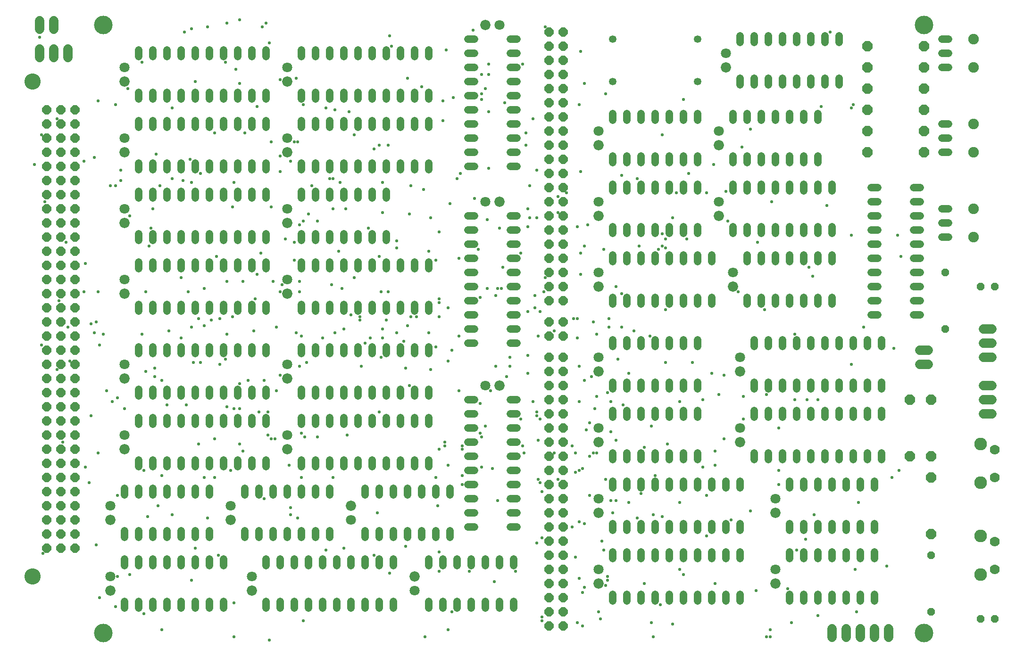
<source format=gbr>
G04 EAGLE Gerber RS-274X export*
G75*
%MOMM*%
%FSLAX34Y34*%
%LPD*%
%INSoldermask Bottom*%
%IPPOS*%
%AMOC8*
5,1,8,0,0,1.08239X$1,22.5*%
G01*
%ADD10C,3.327000*%
%ADD11C,1.346200*%
%ADD12C,1.346200*%
%ADD13P,1.951982X8X22.500000*%
%ADD14P,1.951982X8X202.500000*%
%ADD15C,1.905000*%
%ADD16C,1.796050*%
%ADD17C,1.831619*%
%ADD18C,1.651000*%
%ADD19P,1.951982X8X292.500000*%
%ADD20C,2.286000*%
%ADD21C,1.778000*%
%ADD22P,1.951982X8X112.500000*%
%ADD23P,1.457113X8X202.500000*%
%ADD24P,1.457113X8X292.500000*%
%ADD25P,1.787026X8X202.500000*%
%ADD26C,2.921000*%
%ADD27P,1.457113X8X112.500000*%
%ADD28P,1.787026X8X292.500000*%
%ADD29C,0.584200*%


D10*
X152400Y1117600D03*
X152400Y25400D03*
X1625600Y25400D03*
X1625600Y1117600D03*
D11*
X818896Y1092200D02*
X806704Y1092200D01*
X806704Y1066800D02*
X818896Y1066800D01*
X818896Y939800D02*
X806704Y939800D01*
X806704Y914400D02*
X818896Y914400D01*
X818896Y1041400D02*
X806704Y1041400D01*
X806704Y1016000D02*
X818896Y1016000D01*
X818896Y965200D02*
X806704Y965200D01*
X806704Y990600D02*
X818896Y990600D01*
X818896Y889000D02*
X806704Y889000D01*
X806704Y863600D02*
X818896Y863600D01*
X882904Y863600D02*
X895096Y863600D01*
X895096Y889000D02*
X882904Y889000D01*
X882904Y914400D02*
X895096Y914400D01*
X895096Y939800D02*
X882904Y939800D01*
X882904Y965200D02*
X895096Y965200D01*
X895096Y990600D02*
X882904Y990600D01*
X882904Y1016000D02*
X895096Y1016000D01*
X895096Y1041400D02*
X882904Y1041400D01*
X882904Y1066800D02*
X895096Y1066800D01*
X895096Y1092200D02*
X882904Y1092200D01*
X818896Y774700D02*
X806704Y774700D01*
X806704Y749300D02*
X818896Y749300D01*
X818896Y622300D02*
X806704Y622300D01*
X806704Y596900D02*
X818896Y596900D01*
X818896Y723900D02*
X806704Y723900D01*
X806704Y698500D02*
X818896Y698500D01*
X818896Y647700D02*
X806704Y647700D01*
X806704Y673100D02*
X818896Y673100D01*
X818896Y571500D02*
X806704Y571500D01*
X806704Y546100D02*
X818896Y546100D01*
X882904Y546100D02*
X895096Y546100D01*
X895096Y571500D02*
X882904Y571500D01*
X882904Y596900D02*
X895096Y596900D01*
X895096Y622300D02*
X882904Y622300D01*
X882904Y647700D02*
X895096Y647700D01*
X895096Y673100D02*
X882904Y673100D01*
X882904Y698500D02*
X895096Y698500D01*
X895096Y723900D02*
X882904Y723900D01*
X882904Y749300D02*
X895096Y749300D01*
X895096Y774700D02*
X882904Y774700D01*
X508000Y615696D02*
X508000Y603504D01*
X533400Y603504D02*
X533400Y615696D01*
X660400Y615696D02*
X660400Y603504D01*
X685800Y603504D02*
X685800Y615696D01*
X558800Y615696D02*
X558800Y603504D01*
X584200Y603504D02*
X584200Y615696D01*
X635000Y615696D02*
X635000Y603504D01*
X609600Y603504D02*
X609600Y615696D01*
X711200Y615696D02*
X711200Y603504D01*
X736600Y603504D02*
X736600Y615696D01*
X736600Y679704D02*
X736600Y691896D01*
X711200Y691896D02*
X711200Y679704D01*
X685800Y679704D02*
X685800Y691896D01*
X660400Y691896D02*
X660400Y679704D01*
X635000Y679704D02*
X635000Y691896D01*
X609600Y691896D02*
X609600Y679704D01*
X584200Y679704D02*
X584200Y691896D01*
X558800Y691896D02*
X558800Y679704D01*
X533400Y679704D02*
X533400Y691896D01*
X508000Y691896D02*
X508000Y679704D01*
X215900Y336296D02*
X215900Y324104D01*
X241300Y324104D02*
X241300Y336296D01*
X368300Y336296D02*
X368300Y324104D01*
X393700Y324104D02*
X393700Y336296D01*
X266700Y336296D02*
X266700Y324104D01*
X292100Y324104D02*
X292100Y336296D01*
X342900Y336296D02*
X342900Y324104D01*
X317500Y324104D02*
X317500Y336296D01*
X419100Y336296D02*
X419100Y324104D01*
X444500Y324104D02*
X444500Y336296D01*
X444500Y400304D02*
X444500Y412496D01*
X419100Y412496D02*
X419100Y400304D01*
X393700Y400304D02*
X393700Y412496D01*
X368300Y412496D02*
X368300Y400304D01*
X342900Y400304D02*
X342900Y412496D01*
X317500Y412496D02*
X317500Y400304D01*
X292100Y400304D02*
X292100Y412496D01*
X266700Y412496D02*
X266700Y400304D01*
X241300Y400304D02*
X241300Y412496D01*
X215900Y412496D02*
X215900Y400304D01*
X215900Y984504D02*
X215900Y996696D01*
X241300Y996696D02*
X241300Y984504D01*
X368300Y984504D02*
X368300Y996696D01*
X393700Y996696D02*
X393700Y984504D01*
X266700Y984504D02*
X266700Y996696D01*
X292100Y996696D02*
X292100Y984504D01*
X342900Y984504D02*
X342900Y996696D01*
X317500Y996696D02*
X317500Y984504D01*
X419100Y984504D02*
X419100Y996696D01*
X444500Y996696D02*
X444500Y984504D01*
X444500Y1060704D02*
X444500Y1072896D01*
X419100Y1072896D02*
X419100Y1060704D01*
X393700Y1060704D02*
X393700Y1072896D01*
X368300Y1072896D02*
X368300Y1060704D01*
X342900Y1060704D02*
X342900Y1072896D01*
X317500Y1072896D02*
X317500Y1060704D01*
X292100Y1060704D02*
X292100Y1072896D01*
X266700Y1072896D02*
X266700Y1060704D01*
X241300Y1060704D02*
X241300Y1072896D01*
X215900Y1072896D02*
X215900Y1060704D01*
X806704Y444500D02*
X818896Y444500D01*
X818896Y419100D02*
X806704Y419100D01*
X806704Y292100D02*
X818896Y292100D01*
X818896Y266700D02*
X806704Y266700D01*
X806704Y393700D02*
X818896Y393700D01*
X818896Y368300D02*
X806704Y368300D01*
X806704Y317500D02*
X818896Y317500D01*
X818896Y342900D02*
X806704Y342900D01*
X806704Y241300D02*
X818896Y241300D01*
X818896Y215900D02*
X806704Y215900D01*
X882904Y215900D02*
X895096Y215900D01*
X895096Y241300D02*
X882904Y241300D01*
X882904Y266700D02*
X895096Y266700D01*
X895096Y292100D02*
X882904Y292100D01*
X882904Y317500D02*
X895096Y317500D01*
X895096Y342900D02*
X882904Y342900D01*
X882904Y368300D02*
X895096Y368300D01*
X895096Y393700D02*
X882904Y393700D01*
X882904Y419100D02*
X895096Y419100D01*
X895096Y444500D02*
X882904Y444500D01*
X1066800Y221996D02*
X1066800Y209804D01*
X1092200Y209804D02*
X1092200Y221996D01*
X1219200Y221996D02*
X1219200Y209804D01*
X1244600Y209804D02*
X1244600Y221996D01*
X1117600Y221996D02*
X1117600Y209804D01*
X1143000Y209804D02*
X1143000Y221996D01*
X1193800Y221996D02*
X1193800Y209804D01*
X1168400Y209804D02*
X1168400Y221996D01*
X1270000Y221996D02*
X1270000Y209804D01*
X1295400Y209804D02*
X1295400Y221996D01*
X1295400Y286004D02*
X1295400Y298196D01*
X1270000Y298196D02*
X1270000Y286004D01*
X1244600Y286004D02*
X1244600Y298196D01*
X1219200Y298196D02*
X1219200Y286004D01*
X1193800Y286004D02*
X1193800Y298196D01*
X1168400Y298196D02*
X1168400Y286004D01*
X1143000Y286004D02*
X1143000Y298196D01*
X1117600Y298196D02*
X1117600Y286004D01*
X1092200Y286004D02*
X1092200Y298196D01*
X1066800Y298196D02*
X1066800Y286004D01*
X1066800Y94996D02*
X1066800Y82804D01*
X1092200Y82804D02*
X1092200Y94996D01*
X1219200Y94996D02*
X1219200Y82804D01*
X1244600Y82804D02*
X1244600Y94996D01*
X1117600Y94996D02*
X1117600Y82804D01*
X1143000Y82804D02*
X1143000Y94996D01*
X1193800Y94996D02*
X1193800Y82804D01*
X1168400Y82804D02*
X1168400Y94996D01*
X1270000Y94996D02*
X1270000Y82804D01*
X1295400Y82804D02*
X1295400Y94996D01*
X1295400Y159004D02*
X1295400Y171196D01*
X1270000Y171196D02*
X1270000Y159004D01*
X1244600Y159004D02*
X1244600Y171196D01*
X1219200Y171196D02*
X1219200Y159004D01*
X1193800Y159004D02*
X1193800Y171196D01*
X1168400Y171196D02*
X1168400Y159004D01*
X1143000Y159004D02*
X1143000Y171196D01*
X1117600Y171196D02*
X1117600Y159004D01*
X1092200Y159004D02*
X1092200Y171196D01*
X1066800Y171196D02*
X1066800Y159004D01*
X1295400Y1009904D02*
X1295400Y1022096D01*
X1320800Y1022096D02*
X1320800Y1009904D01*
X1447800Y1009904D02*
X1447800Y1022096D01*
X1473200Y1022096D02*
X1473200Y1009904D01*
X1346200Y1009904D02*
X1346200Y1022096D01*
X1371600Y1022096D02*
X1371600Y1009904D01*
X1422400Y1009904D02*
X1422400Y1022096D01*
X1397000Y1022096D02*
X1397000Y1009904D01*
X1473200Y1086104D02*
X1473200Y1098296D01*
X1447800Y1098296D02*
X1447800Y1086104D01*
X1422400Y1086104D02*
X1422400Y1098296D01*
X1397000Y1098296D02*
X1397000Y1086104D01*
X1371600Y1086104D02*
X1371600Y1098296D01*
X1346200Y1098296D02*
X1346200Y1086104D01*
X1320800Y1086104D02*
X1320800Y1098296D01*
X1295400Y1098296D02*
X1295400Y1086104D01*
X1282700Y755396D02*
X1282700Y743204D01*
X1308100Y743204D02*
X1308100Y755396D01*
X1435100Y755396D02*
X1435100Y743204D01*
X1460500Y743204D02*
X1460500Y755396D01*
X1333500Y755396D02*
X1333500Y743204D01*
X1358900Y743204D02*
X1358900Y755396D01*
X1409700Y755396D02*
X1409700Y743204D01*
X1384300Y743204D02*
X1384300Y755396D01*
X1460500Y819404D02*
X1460500Y831596D01*
X1435100Y831596D02*
X1435100Y819404D01*
X1409700Y819404D02*
X1409700Y831596D01*
X1384300Y831596D02*
X1384300Y819404D01*
X1358900Y819404D02*
X1358900Y831596D01*
X1333500Y831596D02*
X1333500Y819404D01*
X1308100Y819404D02*
X1308100Y831596D01*
X1282700Y831596D02*
X1282700Y819404D01*
X1320800Y475996D02*
X1320800Y463804D01*
X1346200Y463804D02*
X1346200Y475996D01*
X1473200Y475996D02*
X1473200Y463804D01*
X1498600Y463804D02*
X1498600Y475996D01*
X1371600Y475996D02*
X1371600Y463804D01*
X1397000Y463804D02*
X1397000Y475996D01*
X1447800Y475996D02*
X1447800Y463804D01*
X1422400Y463804D02*
X1422400Y475996D01*
X1524000Y475996D02*
X1524000Y463804D01*
X1549400Y463804D02*
X1549400Y475996D01*
X1549400Y540004D02*
X1549400Y552196D01*
X1524000Y552196D02*
X1524000Y540004D01*
X1498600Y540004D02*
X1498600Y552196D01*
X1473200Y552196D02*
X1473200Y540004D01*
X1447800Y540004D02*
X1447800Y552196D01*
X1422400Y552196D02*
X1422400Y540004D01*
X1397000Y540004D02*
X1397000Y552196D01*
X1371600Y552196D02*
X1371600Y540004D01*
X1346200Y540004D02*
X1346200Y552196D01*
X1320800Y552196D02*
X1320800Y540004D01*
X508000Y463296D02*
X508000Y451104D01*
X533400Y451104D02*
X533400Y463296D01*
X660400Y463296D02*
X660400Y451104D01*
X685800Y451104D02*
X685800Y463296D01*
X558800Y463296D02*
X558800Y451104D01*
X584200Y451104D02*
X584200Y463296D01*
X635000Y463296D02*
X635000Y451104D01*
X609600Y451104D02*
X609600Y463296D01*
X711200Y463296D02*
X711200Y451104D01*
X736600Y451104D02*
X736600Y463296D01*
X736600Y527304D02*
X736600Y539496D01*
X711200Y539496D02*
X711200Y527304D01*
X685800Y527304D02*
X685800Y539496D01*
X660400Y539496D02*
X660400Y527304D01*
X635000Y527304D02*
X635000Y539496D01*
X609600Y539496D02*
X609600Y527304D01*
X584200Y527304D02*
X584200Y539496D01*
X558800Y539496D02*
X558800Y527304D01*
X533400Y527304D02*
X533400Y539496D01*
X508000Y539496D02*
X508000Y527304D01*
X190500Y82296D02*
X190500Y70104D01*
X215900Y70104D02*
X215900Y82296D01*
X342900Y82296D02*
X342900Y70104D01*
X368300Y70104D02*
X368300Y82296D01*
X241300Y82296D02*
X241300Y70104D01*
X266700Y70104D02*
X266700Y82296D01*
X317500Y82296D02*
X317500Y70104D01*
X292100Y70104D02*
X292100Y82296D01*
X368300Y146304D02*
X368300Y158496D01*
X342900Y158496D02*
X342900Y146304D01*
X317500Y146304D02*
X317500Y158496D01*
X292100Y158496D02*
X292100Y146304D01*
X266700Y146304D02*
X266700Y158496D01*
X241300Y158496D02*
X241300Y146304D01*
X215900Y146304D02*
X215900Y158496D01*
X190500Y158496D02*
X190500Y146304D01*
X1066800Y616204D02*
X1066800Y628396D01*
X1092200Y628396D02*
X1092200Y616204D01*
X1219200Y616204D02*
X1219200Y628396D01*
X1244600Y628396D02*
X1244600Y616204D01*
X1117600Y616204D02*
X1117600Y628396D01*
X1143000Y628396D02*
X1143000Y616204D01*
X1193800Y616204D02*
X1193800Y628396D01*
X1168400Y628396D02*
X1168400Y616204D01*
X1244600Y692404D02*
X1244600Y704596D01*
X1219200Y704596D02*
X1219200Y692404D01*
X1193800Y692404D02*
X1193800Y704596D01*
X1168400Y704596D02*
X1168400Y692404D01*
X1143000Y692404D02*
X1143000Y704596D01*
X1117600Y704596D02*
X1117600Y692404D01*
X1092200Y692404D02*
X1092200Y704596D01*
X1066800Y704596D02*
X1066800Y692404D01*
X508000Y336296D02*
X508000Y324104D01*
X533400Y324104D02*
X533400Y336296D01*
X660400Y336296D02*
X660400Y324104D01*
X685800Y324104D02*
X685800Y336296D01*
X558800Y336296D02*
X558800Y324104D01*
X584200Y324104D02*
X584200Y336296D01*
X635000Y336296D02*
X635000Y324104D01*
X609600Y324104D02*
X609600Y336296D01*
X711200Y336296D02*
X711200Y324104D01*
X736600Y324104D02*
X736600Y336296D01*
X736600Y400304D02*
X736600Y412496D01*
X711200Y412496D02*
X711200Y400304D01*
X685800Y400304D02*
X685800Y412496D01*
X660400Y412496D02*
X660400Y400304D01*
X635000Y400304D02*
X635000Y412496D01*
X609600Y412496D02*
X609600Y400304D01*
X584200Y400304D02*
X584200Y412496D01*
X558800Y412496D02*
X558800Y400304D01*
X533400Y400304D02*
X533400Y412496D01*
X508000Y412496D02*
X508000Y400304D01*
X1066800Y870204D02*
X1066800Y882396D01*
X1092200Y882396D02*
X1092200Y870204D01*
X1219200Y870204D02*
X1219200Y882396D01*
X1219200Y946404D02*
X1219200Y958596D01*
X1117600Y882396D02*
X1117600Y870204D01*
X1143000Y870204D02*
X1143000Y882396D01*
X1193800Y882396D02*
X1193800Y870204D01*
X1168400Y870204D02*
X1168400Y882396D01*
X1193800Y946404D02*
X1193800Y958596D01*
X1168400Y958596D02*
X1168400Y946404D01*
X1143000Y946404D02*
X1143000Y958596D01*
X1117600Y958596D02*
X1117600Y946404D01*
X1092200Y946404D02*
X1092200Y958596D01*
X1066800Y958596D02*
X1066800Y946404D01*
X406400Y209296D02*
X406400Y197104D01*
X431800Y197104D02*
X431800Y209296D01*
X558800Y209296D02*
X558800Y197104D01*
X558800Y273304D02*
X558800Y285496D01*
X457200Y209296D02*
X457200Y197104D01*
X482600Y197104D02*
X482600Y209296D01*
X533400Y209296D02*
X533400Y197104D01*
X508000Y197104D02*
X508000Y209296D01*
X533400Y273304D02*
X533400Y285496D01*
X508000Y285496D02*
X508000Y273304D01*
X482600Y273304D02*
X482600Y285496D01*
X457200Y285496D02*
X457200Y273304D01*
X431800Y273304D02*
X431800Y285496D01*
X406400Y285496D02*
X406400Y273304D01*
X508000Y730504D02*
X508000Y742696D01*
X533400Y742696D02*
X533400Y730504D01*
X660400Y730504D02*
X660400Y742696D01*
X660400Y806704D02*
X660400Y818896D01*
X558800Y742696D02*
X558800Y730504D01*
X584200Y730504D02*
X584200Y742696D01*
X635000Y742696D02*
X635000Y730504D01*
X609600Y730504D02*
X609600Y742696D01*
X635000Y806704D02*
X635000Y818896D01*
X609600Y818896D02*
X609600Y806704D01*
X584200Y806704D02*
X584200Y818896D01*
X558800Y818896D02*
X558800Y806704D01*
X533400Y806704D02*
X533400Y818896D01*
X508000Y818896D02*
X508000Y806704D01*
D12*
X1066800Y1016000D03*
X1219200Y1016000D03*
X1219200Y1092200D03*
X1066800Y1092200D03*
D11*
X1320800Y348996D02*
X1320800Y336804D01*
X1346200Y336804D02*
X1346200Y348996D01*
X1473200Y348996D02*
X1473200Y336804D01*
X1498600Y336804D02*
X1498600Y348996D01*
X1371600Y348996D02*
X1371600Y336804D01*
X1397000Y336804D02*
X1397000Y348996D01*
X1447800Y348996D02*
X1447800Y336804D01*
X1422400Y336804D02*
X1422400Y348996D01*
X1524000Y348996D02*
X1524000Y336804D01*
X1549400Y336804D02*
X1549400Y348996D01*
X1549400Y413004D02*
X1549400Y425196D01*
X1524000Y425196D02*
X1524000Y413004D01*
X1498600Y413004D02*
X1498600Y425196D01*
X1473200Y425196D02*
X1473200Y413004D01*
X1447800Y413004D02*
X1447800Y425196D01*
X1422400Y425196D02*
X1422400Y413004D01*
X1397000Y413004D02*
X1397000Y425196D01*
X1371600Y425196D02*
X1371600Y413004D01*
X1346200Y413004D02*
X1346200Y425196D01*
X1320800Y425196D02*
X1320800Y413004D01*
X1066800Y743204D02*
X1066800Y755396D01*
X1092200Y755396D02*
X1092200Y743204D01*
X1219200Y743204D02*
X1219200Y755396D01*
X1219200Y819404D02*
X1219200Y831596D01*
X1117600Y755396D02*
X1117600Y743204D01*
X1143000Y743204D02*
X1143000Y755396D01*
X1193800Y755396D02*
X1193800Y743204D01*
X1168400Y743204D02*
X1168400Y755396D01*
X1193800Y819404D02*
X1193800Y831596D01*
X1168400Y831596D02*
X1168400Y819404D01*
X1143000Y819404D02*
X1143000Y831596D01*
X1117600Y831596D02*
X1117600Y819404D01*
X1092200Y819404D02*
X1092200Y831596D01*
X1066800Y831596D02*
X1066800Y819404D01*
X1282700Y870204D02*
X1282700Y882396D01*
X1308100Y882396D02*
X1308100Y870204D01*
X1435100Y870204D02*
X1435100Y882396D01*
X1435100Y946404D02*
X1435100Y958596D01*
X1333500Y882396D02*
X1333500Y870204D01*
X1358900Y870204D02*
X1358900Y882396D01*
X1409700Y882396D02*
X1409700Y870204D01*
X1384300Y870204D02*
X1384300Y882396D01*
X1409700Y946404D02*
X1409700Y958596D01*
X1384300Y958596D02*
X1384300Y946404D01*
X1358900Y946404D02*
X1358900Y958596D01*
X1333500Y958596D02*
X1333500Y946404D01*
X1308100Y946404D02*
X1308100Y958596D01*
X1282700Y958596D02*
X1282700Y946404D01*
D13*
X1524000Y927100D03*
X1625600Y927100D03*
D14*
X1625600Y889000D03*
X1524000Y889000D03*
D11*
X190500Y209296D02*
X190500Y197104D01*
X215900Y197104D02*
X215900Y209296D01*
X342900Y209296D02*
X342900Y197104D01*
X342900Y273304D02*
X342900Y285496D01*
X241300Y209296D02*
X241300Y197104D01*
X266700Y197104D02*
X266700Y209296D01*
X317500Y209296D02*
X317500Y197104D01*
X292100Y197104D02*
X292100Y209296D01*
X317500Y273304D02*
X317500Y285496D01*
X292100Y285496D02*
X292100Y273304D01*
X266700Y273304D02*
X266700Y285496D01*
X241300Y285496D02*
X241300Y273304D01*
X215900Y273304D02*
X215900Y285496D01*
X190500Y285496D02*
X190500Y273304D01*
X1384300Y221996D02*
X1384300Y209804D01*
X1409700Y209804D02*
X1409700Y221996D01*
X1536700Y221996D02*
X1536700Y209804D01*
X1536700Y286004D02*
X1536700Y298196D01*
X1435100Y221996D02*
X1435100Y209804D01*
X1460500Y209804D02*
X1460500Y221996D01*
X1511300Y221996D02*
X1511300Y209804D01*
X1485900Y209804D02*
X1485900Y221996D01*
X1511300Y286004D02*
X1511300Y298196D01*
X1485900Y298196D02*
X1485900Y286004D01*
X1460500Y286004D02*
X1460500Y298196D01*
X1435100Y298196D02*
X1435100Y286004D01*
X1409700Y286004D02*
X1409700Y298196D01*
X1384300Y298196D02*
X1384300Y286004D01*
D13*
X1524000Y1079500D03*
X1625600Y1079500D03*
X1524000Y1041400D03*
X1625600Y1041400D03*
D11*
X1657604Y1092200D02*
X1669796Y1092200D01*
X1669796Y1066800D02*
X1657604Y1066800D01*
X1657604Y1041400D02*
X1669796Y1041400D01*
D15*
X1714500Y1092200D03*
X1714500Y1041400D03*
D13*
X1524000Y1003300D03*
X1625600Y1003300D03*
D14*
X1625600Y965200D03*
X1524000Y965200D03*
D11*
X1657604Y939800D02*
X1669796Y939800D01*
X1669796Y914400D02*
X1657604Y914400D01*
X1657604Y889000D02*
X1669796Y889000D01*
D15*
X1714500Y939800D03*
X1714500Y889000D03*
D11*
X736600Y82296D02*
X736600Y70104D01*
X762000Y70104D02*
X762000Y82296D01*
X889000Y82296D02*
X889000Y70104D01*
X889000Y146304D02*
X889000Y158496D01*
X787400Y82296D02*
X787400Y70104D01*
X812800Y70104D02*
X812800Y82296D01*
X863600Y82296D02*
X863600Y70104D01*
X838200Y70104D02*
X838200Y82296D01*
X863600Y146304D02*
X863600Y158496D01*
X838200Y158496D02*
X838200Y146304D01*
X812800Y146304D02*
X812800Y158496D01*
X787400Y158496D02*
X787400Y146304D01*
X762000Y146304D02*
X762000Y158496D01*
X736600Y158496D02*
X736600Y146304D01*
X1066800Y463804D02*
X1066800Y475996D01*
X1092200Y475996D02*
X1092200Y463804D01*
X1219200Y463804D02*
X1219200Y475996D01*
X1219200Y540004D02*
X1219200Y552196D01*
X1117600Y475996D02*
X1117600Y463804D01*
X1143000Y463804D02*
X1143000Y475996D01*
X1193800Y475996D02*
X1193800Y463804D01*
X1168400Y463804D02*
X1168400Y475996D01*
X1193800Y540004D02*
X1193800Y552196D01*
X1168400Y552196D02*
X1168400Y540004D01*
X1143000Y540004D02*
X1143000Y552196D01*
X1117600Y552196D02*
X1117600Y540004D01*
X1092200Y540004D02*
X1092200Y552196D01*
X1066800Y552196D02*
X1066800Y540004D01*
X508000Y984504D02*
X508000Y996696D01*
X533400Y996696D02*
X533400Y984504D01*
X660400Y984504D02*
X660400Y996696D01*
X685800Y996696D02*
X685800Y984504D01*
X558800Y984504D02*
X558800Y996696D01*
X584200Y996696D02*
X584200Y984504D01*
X635000Y984504D02*
X635000Y996696D01*
X609600Y996696D02*
X609600Y984504D01*
X711200Y984504D02*
X711200Y996696D01*
X736600Y996696D02*
X736600Y984504D01*
X736600Y1060704D02*
X736600Y1072896D01*
X711200Y1072896D02*
X711200Y1060704D01*
X685800Y1060704D02*
X685800Y1072896D01*
X660400Y1072896D02*
X660400Y1060704D01*
X635000Y1060704D02*
X635000Y1072896D01*
X609600Y1072896D02*
X609600Y1060704D01*
X584200Y1060704D02*
X584200Y1072896D01*
X558800Y1072896D02*
X558800Y1060704D01*
X533400Y1060704D02*
X533400Y1072896D01*
X508000Y1072896D02*
X508000Y1060704D01*
X508000Y869696D02*
X508000Y857504D01*
X533400Y857504D02*
X533400Y869696D01*
X660400Y869696D02*
X660400Y857504D01*
X685800Y857504D02*
X685800Y869696D01*
X558800Y869696D02*
X558800Y857504D01*
X584200Y857504D02*
X584200Y869696D01*
X635000Y869696D02*
X635000Y857504D01*
X609600Y857504D02*
X609600Y869696D01*
X711200Y869696D02*
X711200Y857504D01*
X736600Y857504D02*
X736600Y869696D01*
X736600Y933704D02*
X736600Y945896D01*
X711200Y945896D02*
X711200Y933704D01*
X685800Y933704D02*
X685800Y945896D01*
X660400Y945896D02*
X660400Y933704D01*
X635000Y933704D02*
X635000Y945896D01*
X609600Y945896D02*
X609600Y933704D01*
X584200Y933704D02*
X584200Y945896D01*
X558800Y945896D02*
X558800Y933704D01*
X533400Y933704D02*
X533400Y945896D01*
X508000Y945896D02*
X508000Y933704D01*
X1066800Y348996D02*
X1066800Y336804D01*
X1092200Y336804D02*
X1092200Y348996D01*
X1219200Y348996D02*
X1219200Y336804D01*
X1219200Y413004D02*
X1219200Y425196D01*
X1117600Y348996D02*
X1117600Y336804D01*
X1143000Y336804D02*
X1143000Y348996D01*
X1193800Y348996D02*
X1193800Y336804D01*
X1168400Y336804D02*
X1168400Y348996D01*
X1193800Y413004D02*
X1193800Y425196D01*
X1168400Y425196D02*
X1168400Y413004D01*
X1143000Y413004D02*
X1143000Y425196D01*
X1117600Y425196D02*
X1117600Y413004D01*
X1092200Y413004D02*
X1092200Y425196D01*
X1066800Y425196D02*
X1066800Y413004D01*
X1308100Y616204D02*
X1308100Y628396D01*
X1333500Y628396D02*
X1333500Y616204D01*
X1460500Y616204D02*
X1460500Y628396D01*
X1460500Y692404D02*
X1460500Y704596D01*
X1358900Y628396D02*
X1358900Y616204D01*
X1384300Y616204D02*
X1384300Y628396D01*
X1435100Y628396D02*
X1435100Y616204D01*
X1409700Y616204D02*
X1409700Y628396D01*
X1435100Y692404D02*
X1435100Y704596D01*
X1409700Y704596D02*
X1409700Y692404D01*
X1384300Y692404D02*
X1384300Y704596D01*
X1358900Y704596D02*
X1358900Y692404D01*
X1333500Y692404D02*
X1333500Y704596D01*
X1308100Y704596D02*
X1308100Y692404D01*
X215900Y857504D02*
X215900Y869696D01*
X241300Y869696D02*
X241300Y857504D01*
X368300Y857504D02*
X368300Y869696D01*
X393700Y869696D02*
X393700Y857504D01*
X266700Y857504D02*
X266700Y869696D01*
X292100Y869696D02*
X292100Y857504D01*
X342900Y857504D02*
X342900Y869696D01*
X317500Y869696D02*
X317500Y857504D01*
X419100Y857504D02*
X419100Y869696D01*
X444500Y869696D02*
X444500Y857504D01*
X444500Y933704D02*
X444500Y945896D01*
X419100Y945896D02*
X419100Y933704D01*
X393700Y933704D02*
X393700Y945896D01*
X368300Y945896D02*
X368300Y933704D01*
X342900Y933704D02*
X342900Y945896D01*
X317500Y945896D02*
X317500Y933704D01*
X292100Y933704D02*
X292100Y945896D01*
X266700Y945896D02*
X266700Y933704D01*
X241300Y933704D02*
X241300Y945896D01*
X215900Y945896D02*
X215900Y933704D01*
X215900Y742696D02*
X215900Y730504D01*
X241300Y730504D02*
X241300Y742696D01*
X368300Y742696D02*
X368300Y730504D01*
X393700Y730504D02*
X393700Y742696D01*
X266700Y742696D02*
X266700Y730504D01*
X292100Y730504D02*
X292100Y742696D01*
X342900Y742696D02*
X342900Y730504D01*
X317500Y730504D02*
X317500Y742696D01*
X419100Y742696D02*
X419100Y730504D01*
X444500Y730504D02*
X444500Y742696D01*
X444500Y806704D02*
X444500Y818896D01*
X419100Y818896D02*
X419100Y806704D01*
X393700Y806704D02*
X393700Y818896D01*
X368300Y818896D02*
X368300Y806704D01*
X342900Y806704D02*
X342900Y818896D01*
X317500Y818896D02*
X317500Y806704D01*
X292100Y806704D02*
X292100Y818896D01*
X266700Y818896D02*
X266700Y806704D01*
X241300Y806704D02*
X241300Y818896D01*
X215900Y818896D02*
X215900Y806704D01*
X215900Y615696D02*
X215900Y603504D01*
X241300Y603504D02*
X241300Y615696D01*
X368300Y615696D02*
X368300Y603504D01*
X393700Y603504D02*
X393700Y615696D01*
X266700Y615696D02*
X266700Y603504D01*
X292100Y603504D02*
X292100Y615696D01*
X342900Y615696D02*
X342900Y603504D01*
X317500Y603504D02*
X317500Y615696D01*
X419100Y615696D02*
X419100Y603504D01*
X444500Y603504D02*
X444500Y615696D01*
X444500Y679704D02*
X444500Y691896D01*
X419100Y691896D02*
X419100Y679704D01*
X393700Y679704D02*
X393700Y691896D01*
X368300Y691896D02*
X368300Y679704D01*
X342900Y679704D02*
X342900Y691896D01*
X317500Y691896D02*
X317500Y679704D01*
X292100Y679704D02*
X292100Y691896D01*
X266700Y691896D02*
X266700Y679704D01*
X241300Y679704D02*
X241300Y691896D01*
X215900Y691896D02*
X215900Y679704D01*
D16*
X1041400Y139700D03*
D17*
X1041400Y114300D03*
D16*
X1041400Y266700D03*
D17*
X1041400Y241300D03*
D16*
X1041400Y393700D03*
D17*
X1041400Y368300D03*
D16*
X419100Y127000D03*
D17*
X419100Y101600D03*
D16*
X1282700Y673100D03*
D17*
X1282700Y647700D03*
D16*
X1295400Y520700D03*
D17*
X1295400Y495300D03*
D16*
X1041400Y673100D03*
D17*
X1041400Y647700D03*
D16*
X1041400Y800100D03*
D17*
X1041400Y774700D03*
D16*
X838200Y469900D03*
D17*
X863600Y469900D03*
D16*
X482600Y381000D03*
D17*
X482600Y355600D03*
D16*
X863600Y1117600D03*
D17*
X838200Y1117600D03*
D16*
X381000Y254000D03*
D17*
X381000Y228600D03*
D16*
X838200Y800100D03*
D17*
X863600Y800100D03*
D16*
X711200Y101600D03*
D17*
X711200Y127000D03*
D16*
X482600Y508000D03*
D17*
X482600Y482600D03*
D16*
X482600Y660400D03*
D17*
X482600Y635000D03*
D16*
X482600Y787400D03*
D17*
X482600Y762000D03*
D16*
X482600Y914400D03*
D17*
X482600Y889000D03*
D16*
X190500Y1041400D03*
D17*
X190500Y1016000D03*
D16*
X482600Y1041400D03*
D17*
X482600Y1016000D03*
D16*
X190500Y914400D03*
D17*
X190500Y889000D03*
D16*
X190500Y787400D03*
D17*
X190500Y762000D03*
D16*
X190500Y660400D03*
D17*
X190500Y635000D03*
D16*
X190500Y508000D03*
D17*
X190500Y482600D03*
D11*
X215900Y463296D02*
X215900Y451104D01*
X241300Y451104D02*
X241300Y463296D01*
X368300Y463296D02*
X368300Y451104D01*
X393700Y451104D02*
X393700Y463296D01*
X266700Y463296D02*
X266700Y451104D01*
X292100Y451104D02*
X292100Y463296D01*
X342900Y463296D02*
X342900Y451104D01*
X317500Y451104D02*
X317500Y463296D01*
X419100Y463296D02*
X419100Y451104D01*
X444500Y451104D02*
X444500Y463296D01*
X444500Y527304D02*
X444500Y539496D01*
X419100Y539496D02*
X419100Y527304D01*
X393700Y527304D02*
X393700Y539496D01*
X368300Y539496D02*
X368300Y527304D01*
X342900Y527304D02*
X342900Y539496D01*
X317500Y539496D02*
X317500Y527304D01*
X292100Y527304D02*
X292100Y539496D01*
X266700Y539496D02*
X266700Y527304D01*
X241300Y527304D02*
X241300Y539496D01*
X215900Y539496D02*
X215900Y527304D01*
X444500Y82296D02*
X444500Y70104D01*
X469900Y70104D02*
X469900Y82296D01*
X596900Y82296D02*
X596900Y70104D01*
X622300Y70104D02*
X622300Y82296D01*
X495300Y82296D02*
X495300Y70104D01*
X520700Y70104D02*
X520700Y82296D01*
X571500Y82296D02*
X571500Y70104D01*
X546100Y70104D02*
X546100Y82296D01*
X647700Y82296D02*
X647700Y70104D01*
X673100Y70104D02*
X673100Y82296D01*
X673100Y146304D02*
X673100Y158496D01*
X647700Y158496D02*
X647700Y146304D01*
X622300Y146304D02*
X622300Y158496D01*
X596900Y158496D02*
X596900Y146304D01*
X571500Y146304D02*
X571500Y158496D01*
X546100Y158496D02*
X546100Y146304D01*
X520700Y146304D02*
X520700Y158496D01*
X495300Y158496D02*
X495300Y146304D01*
X469900Y146304D02*
X469900Y158496D01*
X444500Y158496D02*
X444500Y146304D01*
D16*
X1295400Y393700D03*
D17*
X1295400Y368300D03*
D16*
X1041400Y520700D03*
D17*
X1041400Y495300D03*
D16*
X190500Y381000D03*
D17*
X190500Y355600D03*
D16*
X165100Y254000D03*
D17*
X165100Y228600D03*
D16*
X165100Y127000D03*
D17*
X165100Y101600D03*
D16*
X1358900Y266700D03*
D17*
X1358900Y241300D03*
D16*
X1041400Y927100D03*
D17*
X1041400Y901700D03*
D16*
X1257300Y927100D03*
D17*
X1257300Y901700D03*
D16*
X1257300Y800100D03*
D17*
X1257300Y774700D03*
D16*
X1270000Y1066800D03*
D17*
X1270000Y1041400D03*
D11*
X1657604Y787400D02*
X1669796Y787400D01*
X1669796Y762000D02*
X1657604Y762000D01*
X1657604Y736600D02*
X1669796Y736600D01*
D15*
X1714500Y787400D03*
X1714500Y736600D03*
D11*
X1384300Y94996D02*
X1384300Y82804D01*
X1409700Y82804D02*
X1409700Y94996D01*
X1536700Y94996D02*
X1536700Y82804D01*
X1536700Y159004D02*
X1536700Y171196D01*
X1435100Y94996D02*
X1435100Y82804D01*
X1460500Y82804D02*
X1460500Y94996D01*
X1511300Y94996D02*
X1511300Y82804D01*
X1485900Y82804D02*
X1485900Y94996D01*
X1511300Y159004D02*
X1511300Y171196D01*
X1485900Y171196D02*
X1485900Y159004D01*
X1460500Y159004D02*
X1460500Y171196D01*
X1435100Y171196D02*
X1435100Y159004D01*
X1409700Y159004D02*
X1409700Y171196D01*
X1384300Y171196D02*
X1384300Y159004D01*
D18*
X1460500Y33020D02*
X1460500Y17780D01*
X1485900Y17780D02*
X1485900Y33020D01*
X1511300Y33020D02*
X1511300Y17780D01*
X1536700Y17780D02*
X1536700Y33020D01*
X1562100Y33020D02*
X1562100Y17780D01*
D16*
X1358900Y139700D03*
D17*
X1358900Y114300D03*
D19*
X1638300Y444500D03*
X1638300Y342900D03*
D11*
X622300Y209296D02*
X622300Y197104D01*
X647700Y197104D02*
X647700Y209296D01*
X774700Y209296D02*
X774700Y197104D01*
X774700Y273304D02*
X774700Y285496D01*
X673100Y209296D02*
X673100Y197104D01*
X698500Y197104D02*
X698500Y209296D01*
X749300Y209296D02*
X749300Y197104D01*
X723900Y197104D02*
X723900Y209296D01*
X749300Y273304D02*
X749300Y285496D01*
X723900Y285496D02*
X723900Y273304D01*
X698500Y273304D02*
X698500Y285496D01*
X673100Y285496D02*
X673100Y273304D01*
X647700Y273304D02*
X647700Y285496D01*
X622300Y285496D02*
X622300Y273304D01*
D20*
X1727600Y295200D03*
D21*
X1752600Y355200D03*
X1752600Y305200D03*
D20*
X1727600Y365200D03*
D22*
X1600200Y342900D03*
X1600200Y444500D03*
D20*
X1727600Y130100D03*
D21*
X1752600Y190100D03*
X1752600Y140100D03*
D20*
X1727600Y200100D03*
D22*
X1638300Y203200D03*
X1638300Y304800D03*
D23*
X1752600Y647700D03*
X1727200Y647700D03*
D24*
X1663700Y673100D03*
X1663700Y571500D03*
D16*
X596900Y228600D03*
D17*
X596900Y254000D03*
D25*
X50800Y177800D03*
X50800Y203200D03*
X50800Y228600D03*
X50800Y254000D03*
X50800Y279400D03*
X50800Y304800D03*
X50800Y330200D03*
X50800Y355600D03*
X50800Y381000D03*
X50800Y406400D03*
X50800Y431800D03*
X50800Y457200D03*
X50800Y482600D03*
X50800Y508000D03*
X50800Y533400D03*
X50800Y558800D03*
X76200Y177800D03*
X76200Y203200D03*
X76200Y228600D03*
X76200Y254000D03*
X76200Y279400D03*
X76200Y304800D03*
X76200Y330200D03*
X76200Y355600D03*
X76200Y381000D03*
X76200Y406400D03*
X76200Y431800D03*
X76200Y457200D03*
X76200Y482600D03*
X76200Y508000D03*
X76200Y533400D03*
X76200Y558800D03*
X101600Y177800D03*
X101600Y203200D03*
X101600Y228600D03*
X101600Y254000D03*
X101600Y279400D03*
X101600Y304800D03*
X101600Y330200D03*
X101600Y355600D03*
X101600Y381000D03*
X101600Y406400D03*
X101600Y431800D03*
X101600Y457200D03*
X101600Y482600D03*
X101600Y508000D03*
X101600Y533400D03*
X101600Y558800D03*
X50800Y584200D03*
X50800Y609600D03*
X50800Y635000D03*
X50800Y660400D03*
X50800Y685800D03*
X50800Y711200D03*
X50800Y736600D03*
X50800Y762000D03*
X50800Y787400D03*
X50800Y812800D03*
X50800Y838200D03*
X50800Y863600D03*
X50800Y889000D03*
X50800Y914400D03*
X50800Y939800D03*
X50800Y965200D03*
X76200Y584200D03*
X76200Y609600D03*
X76200Y635000D03*
X76200Y660400D03*
X76200Y685800D03*
X76200Y711200D03*
X76200Y736600D03*
X76200Y762000D03*
X76200Y787400D03*
X76200Y812800D03*
X76200Y838200D03*
X76200Y863600D03*
X76200Y889000D03*
X76200Y914400D03*
X76200Y939800D03*
X76200Y965200D03*
X101600Y584200D03*
X101600Y609600D03*
X101600Y635000D03*
X101600Y660400D03*
X101600Y685800D03*
X101600Y711200D03*
X101600Y736600D03*
X101600Y762000D03*
X101600Y787400D03*
X101600Y812800D03*
X101600Y838200D03*
X101600Y863600D03*
X101600Y889000D03*
X101600Y914400D03*
X101600Y939800D03*
X101600Y965200D03*
D26*
X25400Y1016064D03*
X25400Y126936D03*
D23*
X1752600Y50800D03*
X1727200Y50800D03*
D27*
X1638300Y63500D03*
X1638300Y165100D03*
D28*
X952500Y1104900D03*
X952500Y1079500D03*
X952500Y1054100D03*
X952500Y1028700D03*
X952500Y1003300D03*
X952500Y977900D03*
X977900Y1104900D03*
X977900Y1079500D03*
X977900Y1054100D03*
X977900Y1028700D03*
X977900Y1003300D03*
X977900Y977900D03*
X952500Y952500D03*
X977900Y952500D03*
X952500Y927100D03*
X952500Y901700D03*
X952500Y876300D03*
X952500Y850900D03*
X952500Y825500D03*
X952500Y800100D03*
X977900Y927100D03*
X977900Y901700D03*
X977900Y876300D03*
X977900Y850900D03*
X977900Y825500D03*
X977900Y800100D03*
X952500Y774700D03*
X977900Y774700D03*
X952500Y749300D03*
X952500Y723900D03*
X952500Y698500D03*
X952500Y673100D03*
X952500Y647700D03*
X952500Y622300D03*
X977900Y749300D03*
X977900Y723900D03*
X977900Y698500D03*
X977900Y673100D03*
X977900Y647700D03*
X977900Y622300D03*
X952500Y520700D03*
X952500Y495300D03*
X952500Y469900D03*
X952500Y444500D03*
X952500Y419100D03*
X952500Y393700D03*
X977900Y520700D03*
X977900Y495300D03*
X977900Y469900D03*
X977900Y444500D03*
X977900Y419100D03*
X977900Y393700D03*
X952500Y368300D03*
X977900Y368300D03*
X952500Y342900D03*
X952500Y317500D03*
X952500Y292100D03*
X952500Y266700D03*
X952500Y241300D03*
X952500Y215900D03*
X977900Y342900D03*
X977900Y317500D03*
X977900Y292100D03*
X977900Y266700D03*
X977900Y241300D03*
X977900Y215900D03*
X952500Y190500D03*
X977900Y190500D03*
X952500Y165100D03*
X952500Y139700D03*
X952500Y114300D03*
X952500Y88900D03*
X952500Y63500D03*
X952500Y38100D03*
X977900Y165100D03*
X977900Y139700D03*
X977900Y114300D03*
X977900Y88900D03*
X977900Y63500D03*
X977900Y38100D03*
X952500Y584200D03*
X977900Y584200D03*
X952500Y558800D03*
X977900Y558800D03*
D11*
X1530604Y825500D02*
X1542796Y825500D01*
X1542796Y800100D02*
X1530604Y800100D01*
X1530604Y673100D02*
X1542796Y673100D01*
X1542796Y647700D02*
X1530604Y647700D01*
X1530604Y774700D02*
X1542796Y774700D01*
X1542796Y749300D02*
X1530604Y749300D01*
X1530604Y698500D02*
X1542796Y698500D01*
X1542796Y723900D02*
X1530604Y723900D01*
X1530604Y622300D02*
X1542796Y622300D01*
X1542796Y596900D02*
X1530604Y596900D01*
X1606804Y596900D02*
X1618996Y596900D01*
X1618996Y622300D02*
X1606804Y622300D01*
X1606804Y647700D02*
X1618996Y647700D01*
X1618996Y673100D02*
X1606804Y673100D01*
X1606804Y698500D02*
X1618996Y698500D01*
X1618996Y723900D02*
X1606804Y723900D01*
X1606804Y749300D02*
X1618996Y749300D01*
X1618996Y774700D02*
X1606804Y774700D01*
X1606804Y800100D02*
X1618996Y800100D01*
X1618996Y825500D02*
X1606804Y825500D01*
D18*
X88900Y1059180D02*
X88900Y1074420D01*
X63500Y1074420D02*
X63500Y1059180D01*
X38100Y1059180D02*
X38100Y1074420D01*
X1732280Y520700D02*
X1747520Y520700D01*
X1747520Y546100D02*
X1732280Y546100D01*
X1732280Y571500D02*
X1747520Y571500D01*
X1747520Y469900D02*
X1732280Y469900D01*
X1732280Y444500D02*
X1747520Y444500D01*
X1747520Y419100D02*
X1732280Y419100D01*
X1633220Y508000D02*
X1617980Y508000D01*
X1617980Y533400D02*
X1633220Y533400D01*
X63500Y1109980D02*
X63500Y1125220D01*
X38100Y1125220D02*
X38100Y1109980D01*
D29*
X1416050Y444500D03*
X1038225Y450850D03*
X1019175Y390525D03*
X996950Y590550D03*
X1301750Y450850D03*
X1266825Y374650D03*
X1038225Y349250D03*
X1025525Y273050D03*
X1063625Y387350D03*
X1504950Y63500D03*
X1041400Y63500D03*
X1000125Y161925D03*
X1365250Y292100D03*
X1323975Y101600D03*
X1365250Y317500D03*
X1063625Y263525D03*
X1003300Y555625D03*
X1000125Y349250D03*
X1073150Y371475D03*
X1054100Y301625D03*
X1365250Y393700D03*
X993775Y361950D03*
X1301750Y409575D03*
X1279525Y228600D03*
X1501775Y139700D03*
X1057275Y120650D03*
X1025525Y342900D03*
X933450Y301625D03*
X723900Y1006475D03*
X727075Y822325D03*
X984250Y815975D03*
X857250Y631825D03*
X866775Y644525D03*
X828675Y628650D03*
X841375Y644525D03*
X1006475Y974725D03*
X41275Y542925D03*
X257175Y479425D03*
X558800Y841375D03*
X276225Y841375D03*
X301625Y434975D03*
X295275Y838200D03*
X577850Y835025D03*
X574675Y711200D03*
X374650Y431800D03*
X355600Y701675D03*
X654050Y835025D03*
X387350Y835025D03*
X396875Y428625D03*
X647700Y422275D03*
X679450Y717550D03*
X622300Y546100D03*
X692150Y549275D03*
X374650Y561975D03*
X679450Y565150D03*
X568325Y565150D03*
X568325Y965200D03*
X631825Y555625D03*
X292100Y555625D03*
X41275Y920750D03*
X546100Y555625D03*
X593725Y962025D03*
X584200Y571500D03*
X269875Y568325D03*
X254000Y828675D03*
X498475Y565150D03*
X552450Y968375D03*
X276225Y968375D03*
X234950Y720725D03*
X327025Y850900D03*
X333375Y577850D03*
X612775Y587375D03*
X136525Y879475D03*
X139700Y584200D03*
X441325Y479425D03*
X454025Y790575D03*
X704850Y828675D03*
X47625Y800100D03*
X403225Y352425D03*
X698500Y577850D03*
X422275Y568325D03*
X352425Y374650D03*
X79375Y368300D03*
X612775Y593725D03*
X346075Y587375D03*
X314325Y511175D03*
X92075Y514350D03*
X596900Y596900D03*
X361950Y590550D03*
X361950Y508000D03*
X225425Y317500D03*
X517525Y511175D03*
X244475Y501650D03*
X1155700Y742950D03*
X1155700Y720725D03*
X511175Y974725D03*
X520700Y777875D03*
X739775Y771525D03*
X749300Y695325D03*
X390525Y1038225D03*
X69850Y949325D03*
X374650Y1120775D03*
X946150Y1114425D03*
X771525Y327025D03*
X771525Y514350D03*
X504825Y504825D03*
X339725Y1114425D03*
X444500Y1120775D03*
X882650Y520700D03*
X1139825Y238125D03*
X993775Y215900D03*
X1181100Y815975D03*
X1343025Y454025D03*
X1339850Y606425D03*
X1495425Y739775D03*
X1393825Y561975D03*
X1000125Y314325D03*
X714375Y593725D03*
X701675Y469900D03*
X936625Y603250D03*
X914400Y523875D03*
X615950Y504825D03*
X1162050Y606425D03*
X660400Y587375D03*
X1133475Y558800D03*
X311150Y120650D03*
X666750Y133350D03*
X511175Y47625D03*
X317500Y177800D03*
X584200Y177800D03*
X552450Y174625D03*
X339725Y231775D03*
X939800Y279400D03*
X755650Y171450D03*
X787400Y841375D03*
X1111250Y841375D03*
X1450975Y793750D03*
X333375Y644525D03*
X603250Y663575D03*
X352425Y304800D03*
X508000Y304800D03*
X565150Y841375D03*
X511175Y765175D03*
X914400Y787400D03*
X930275Y857250D03*
X266700Y434975D03*
X130175Y415925D03*
X130175Y581025D03*
X323850Y590550D03*
X177800Y447675D03*
X174625Y828675D03*
X1343025Y19050D03*
X730250Y19050D03*
X412750Y479425D03*
X1349375Y19050D03*
X450850Y12700D03*
X371475Y517525D03*
X1162050Y717550D03*
X1162050Y733425D03*
X504825Y758825D03*
X479425Y733425D03*
X88900Y574675D03*
X311150Y574675D03*
X749300Y539750D03*
X749300Y304800D03*
X565150Y304800D03*
X165100Y828675D03*
X190500Y428625D03*
X431800Y422275D03*
X838200Y1003300D03*
X911225Y923925D03*
X927100Y631825D03*
X927100Y609600D03*
X914400Y603250D03*
X930275Y771525D03*
X1117600Y276225D03*
X311150Y1111250D03*
X438150Y1114425D03*
X736600Y565150D03*
X933450Y558800D03*
X828675Y384175D03*
X930275Y415925D03*
X930275Y422275D03*
X869950Y682625D03*
X1006475Y317500D03*
X1006475Y225425D03*
X434975Y708025D03*
X736600Y711200D03*
X1082675Y847725D03*
X28575Y866775D03*
X1009650Y854075D03*
X1009650Y1069975D03*
X38100Y1095375D03*
X508000Y384175D03*
X968375Y781050D03*
X962025Y349250D03*
X1250950Y327025D03*
X1250950Y352425D03*
X1082675Y635000D03*
X1517650Y574675D03*
X1003300Y44450D03*
X1012825Y38100D03*
X1174750Y41275D03*
X387350Y19050D03*
X1139825Y19050D03*
X387350Y79375D03*
X1012825Y98425D03*
X1054100Y111125D03*
X1381125Y104775D03*
X257175Y31750D03*
X1349375Y31750D03*
X1066800Y241300D03*
X1314450Y244475D03*
X508000Y558800D03*
X222250Y561975D03*
X184150Y857250D03*
X790575Y558800D03*
X831850Y984250D03*
X1419225Y682625D03*
X1149350Y714375D03*
X1203325Y850900D03*
X1174750Y771525D03*
X1352550Y800100D03*
X1155700Y920750D03*
X1314450Y930275D03*
X1095375Y492125D03*
X1244600Y492125D03*
X1273175Y765175D03*
X1200150Y733425D03*
X1050925Y714375D03*
X1038225Y561975D03*
X654050Y555625D03*
X650875Y520700D03*
X327025Y511175D03*
X1581150Y317500D03*
X1568450Y304800D03*
X1412875Y193675D03*
X1441450Y971550D03*
X908050Y349250D03*
X1257300Y454025D03*
X1057275Y457200D03*
X1028700Y485775D03*
X1165225Y365125D03*
X1228725Y444500D03*
X1393825Y444500D03*
X257175Y307975D03*
X796925Y307975D03*
X796925Y355600D03*
X1025525Y403225D03*
X1063625Y441325D03*
X1435100Y444500D03*
X374650Y657225D03*
X406400Y923925D03*
X469900Y854075D03*
X428625Y971550D03*
X873125Y977900D03*
X825500Y714375D03*
X1270000Y819150D03*
X1247775Y866775D03*
X488950Y873125D03*
X469900Y882650D03*
X247650Y885825D03*
X1495425Y968375D03*
X371475Y1050925D03*
X1457325Y1104900D03*
X396875Y1127125D03*
X1498600Y974725D03*
X666750Y1098550D03*
X454025Y908050D03*
X352425Y923925D03*
X238125Y752475D03*
X695325Y180975D03*
X1050925Y174625D03*
X1235075Y815975D03*
X241300Y787400D03*
X654050Y781050D03*
X844550Y1028700D03*
X495300Y695325D03*
X498475Y1022350D03*
X831850Y1028700D03*
X831850Y993775D03*
X844550Y1047750D03*
X828675Y438150D03*
X1187450Y441325D03*
X501650Y231775D03*
X514350Y377825D03*
X1035050Y428625D03*
X1266825Y488950D03*
X739775Y498475D03*
X1006475Y504825D03*
X1009650Y669925D03*
X1114425Y720725D03*
X939800Y53975D03*
X1435100Y57150D03*
X250825Y254000D03*
X644525Y241300D03*
X587375Y787400D03*
X819150Y806450D03*
X844550Y962025D03*
X561975Y650875D03*
X581025Y644525D03*
X590550Y381000D03*
X904875Y361950D03*
X1044575Y50800D03*
X1152525Y76200D03*
X1428750Y238125D03*
X1155700Y234950D03*
X809625Y136525D03*
X847725Y460375D03*
X1016000Y479425D03*
X387350Y428625D03*
X1250950Y114300D03*
X1123950Y114300D03*
X777875Y63500D03*
X777875Y533400D03*
X536575Y765175D03*
X1003300Y755650D03*
X1003300Y590550D03*
X1060450Y590550D03*
X679450Y730250D03*
X1009650Y708025D03*
X1073150Y263525D03*
X1508125Y260350D03*
X755650Y593725D03*
X771525Y609600D03*
X781050Y987425D03*
X1193800Y984250D03*
X441325Y266700D03*
X771525Y31750D03*
X1387475Y44450D03*
X752475Y254000D03*
X73025Y622300D03*
X425450Y625475D03*
X1327150Y727075D03*
X85725Y727075D03*
X704850Y593725D03*
X701675Y777875D03*
X495300Y727075D03*
X647700Y701675D03*
X647700Y901700D03*
X231775Y234950D03*
X276225Y238125D03*
X333375Y304800D03*
X381000Y317500D03*
X120650Y323850D03*
X139700Y184150D03*
X638175Y165100D03*
X638175Y895350D03*
X142875Y349250D03*
X200025Y130175D03*
X1006475Y123825D03*
X1057275Y127000D03*
X1558925Y146050D03*
X1584325Y701675D03*
X177800Y127000D03*
X854075Y117475D03*
X882650Y504825D03*
X1495425Y508000D03*
X1577975Y739775D03*
X447675Y381000D03*
X457200Y657225D03*
X841375Y768350D03*
X1022350Y758825D03*
X317500Y1016000D03*
X1016000Y1012825D03*
X1016000Y720725D03*
X174625Y73025D03*
X504825Y657225D03*
X473075Y650875D03*
X863600Y752475D03*
X815975Y1108075D03*
X298450Y1104900D03*
X403225Y657225D03*
X384175Y790575D03*
X628650Y752475D03*
X200025Y774700D03*
X184150Y838200D03*
X527050Y828675D03*
X311150Y835025D03*
X307975Y876300D03*
X117475Y873125D03*
X762000Y981075D03*
X755650Y355600D03*
X936625Y295275D03*
X504825Y638175D03*
X469900Y488950D03*
X69850Y498475D03*
X936625Y409575D03*
X923925Y441325D03*
X396875Y473075D03*
X384175Y593725D03*
X654050Y571500D03*
X650875Y638175D03*
X136525Y565150D03*
X755650Y625475D03*
X762000Y946150D03*
X292100Y663575D03*
X904875Y1047750D03*
X396875Y365125D03*
X765175Y361950D03*
X774700Y796925D03*
X968375Y809625D03*
X765175Y368300D03*
X755650Y746125D03*
X914400Y755650D03*
X917575Y771525D03*
X1047750Y190500D03*
X1016000Y222250D03*
X460375Y374650D03*
X488950Y250825D03*
X968375Y301625D03*
X790575Y698500D03*
X793750Y850900D03*
X663575Y638175D03*
X755650Y619125D03*
X768350Y1073150D03*
X901700Y708025D03*
X669925Y1079500D03*
X603250Y920750D03*
X923925Y949325D03*
X565150Y787400D03*
X917575Y828675D03*
X304800Y638175D03*
X469900Y638175D03*
X495300Y908050D03*
X323850Y365125D03*
X454025Y374650D03*
X501650Y908050D03*
X914400Y492125D03*
X850900Y320675D03*
X844550Y860425D03*
X1209675Y511175D03*
X1136650Y396875D03*
X831850Y377825D03*
X174625Y974725D03*
X158750Y460375D03*
X142875Y981075D03*
X146050Y542925D03*
X831850Y323850D03*
X485775Y327025D03*
X536575Y377825D03*
X463550Y460375D03*
X1085850Y434975D03*
X1095375Y260350D03*
X1187450Y260350D03*
X1292225Y638175D03*
X1425575Y666750D03*
X930275Y187325D03*
X939800Y196850D03*
X1235075Y200025D03*
X1235075Y273050D03*
X225425Y60325D03*
X1136650Y44450D03*
X1143000Y307975D03*
X663575Y901700D03*
X911225Y901700D03*
X933450Y371475D03*
X1031875Y349250D03*
X1162050Y511175D03*
X1076325Y517525D03*
X1054100Y993775D03*
X1298575Y898525D03*
X1187450Y139700D03*
X168275Y441325D03*
X860425Y263525D03*
X127000Y295275D03*
X396875Y1012825D03*
X196850Y1003300D03*
X152400Y561975D03*
X222250Y1050925D03*
X142875Y638175D03*
X117475Y638175D03*
X228600Y638175D03*
X790575Y460375D03*
X244475Y485775D03*
X796925Y361950D03*
X447675Y422275D03*
X796925Y292100D03*
X177800Y273050D03*
X488950Y238125D03*
X428625Y669925D03*
X120650Y688975D03*
X942975Y638175D03*
X1073150Y647700D03*
X946150Y663575D03*
X860425Y644525D03*
X1031875Y584200D03*
X463550Y574675D03*
X450850Y1085850D03*
X1193800Y130175D03*
X892175Y136525D03*
X698500Y1022350D03*
X1228725Y323850D03*
X1012825Y320675D03*
X1006475Y441325D03*
X1060450Y574675D03*
X358775Y165100D03*
X755650Y136525D03*
X838200Y396875D03*
X901700Y409575D03*
X1397000Y174625D03*
X695325Y501650D03*
X228600Y495300D03*
X1571625Y536575D03*
X876300Y485775D03*
X857250Y504825D03*
X469900Y1019175D03*
X1111250Y231775D03*
X1104900Y568325D03*
X962025Y568325D03*
X1082675Y574675D03*
X1016000Y107950D03*
X146050Y88900D03*
X939800Y47625D03*
X44450Y168275D03*
X1123950Y358775D03*
M02*

</source>
